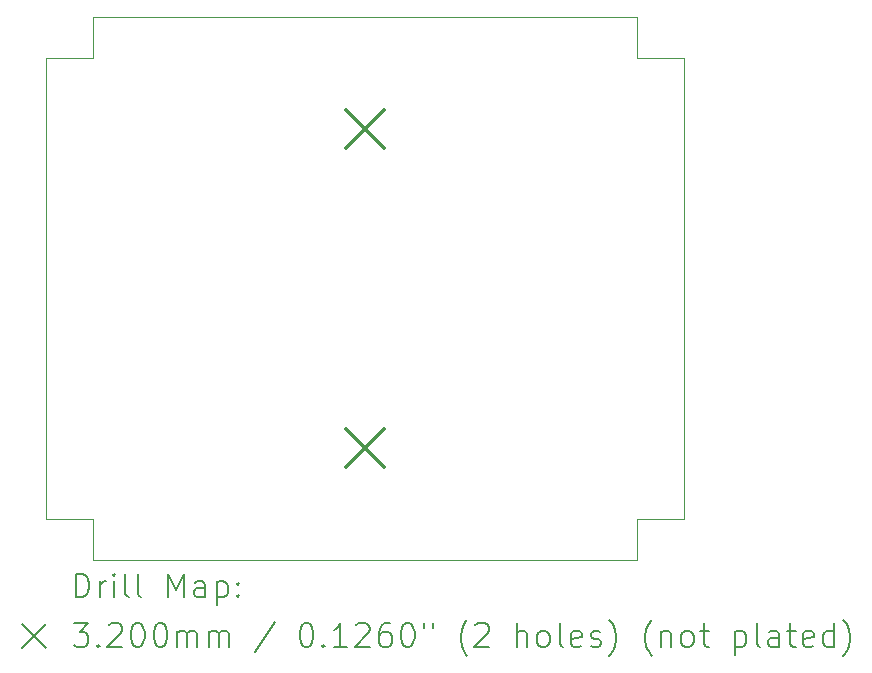
<source format=gbr>
%FSLAX45Y45*%
G04 Gerber Fmt 4.5, Leading zero omitted, Abs format (unit mm)*
G04 Created by KiCad (PCBNEW 6.0.2+dfsg-1) date 2023-09-24 20:16:40*
%MOMM*%
%LPD*%
G01*
G04 APERTURE LIST*
%TA.AperFunction,Profile*%
%ADD10C,0.100000*%
%TD*%
%ADD11C,0.200000*%
%ADD12C,0.320000*%
G04 APERTURE END LIST*
D10*
X10160000Y-9330000D02*
X10160000Y-5430000D01*
X15160000Y-9330000D02*
X15160000Y-9680000D01*
X10560000Y-5430000D02*
X10160000Y-5430000D01*
X15160000Y-5080000D02*
X15160000Y-5430000D01*
X15560000Y-9330000D02*
X15160000Y-9330000D01*
X10560000Y-5080000D02*
X10560000Y-5430000D01*
X10160000Y-9330000D02*
X10560000Y-9330000D01*
X15160000Y-5430000D02*
X15560000Y-5430000D01*
X15560000Y-5430000D02*
X15560000Y-9330000D01*
X10560000Y-5080000D02*
X15160000Y-5080000D01*
X15160000Y-9680000D02*
X10560000Y-9680000D01*
X10560000Y-9330000D02*
X10560000Y-9680000D01*
D11*
D12*
X12700000Y-5870000D02*
X13020000Y-6190000D01*
X13020000Y-5870000D02*
X12700000Y-6190000D01*
X12700000Y-8570000D02*
X13020000Y-8890000D01*
X13020000Y-8570000D02*
X12700000Y-8890000D01*
D11*
X10412619Y-9995476D02*
X10412619Y-9795476D01*
X10460238Y-9795476D01*
X10488810Y-9805000D01*
X10507857Y-9824048D01*
X10517381Y-9843095D01*
X10526905Y-9881190D01*
X10526905Y-9909762D01*
X10517381Y-9947857D01*
X10507857Y-9966905D01*
X10488810Y-9985952D01*
X10460238Y-9995476D01*
X10412619Y-9995476D01*
X10612619Y-9995476D02*
X10612619Y-9862143D01*
X10612619Y-9900238D02*
X10622143Y-9881190D01*
X10631667Y-9871667D01*
X10650714Y-9862143D01*
X10669762Y-9862143D01*
X10736429Y-9995476D02*
X10736429Y-9862143D01*
X10736429Y-9795476D02*
X10726905Y-9805000D01*
X10736429Y-9814524D01*
X10745952Y-9805000D01*
X10736429Y-9795476D01*
X10736429Y-9814524D01*
X10860238Y-9995476D02*
X10841190Y-9985952D01*
X10831667Y-9966905D01*
X10831667Y-9795476D01*
X10965000Y-9995476D02*
X10945952Y-9985952D01*
X10936429Y-9966905D01*
X10936429Y-9795476D01*
X11193571Y-9995476D02*
X11193571Y-9795476D01*
X11260238Y-9938333D01*
X11326905Y-9795476D01*
X11326905Y-9995476D01*
X11507857Y-9995476D02*
X11507857Y-9890714D01*
X11498333Y-9871667D01*
X11479286Y-9862143D01*
X11441190Y-9862143D01*
X11422143Y-9871667D01*
X11507857Y-9985952D02*
X11488809Y-9995476D01*
X11441190Y-9995476D01*
X11422143Y-9985952D01*
X11412619Y-9966905D01*
X11412619Y-9947857D01*
X11422143Y-9928810D01*
X11441190Y-9919286D01*
X11488809Y-9919286D01*
X11507857Y-9909762D01*
X11603095Y-9862143D02*
X11603095Y-10062143D01*
X11603095Y-9871667D02*
X11622143Y-9862143D01*
X11660238Y-9862143D01*
X11679286Y-9871667D01*
X11688809Y-9881190D01*
X11698333Y-9900238D01*
X11698333Y-9957381D01*
X11688809Y-9976429D01*
X11679286Y-9985952D01*
X11660238Y-9995476D01*
X11622143Y-9995476D01*
X11603095Y-9985952D01*
X11784048Y-9976429D02*
X11793571Y-9985952D01*
X11784048Y-9995476D01*
X11774524Y-9985952D01*
X11784048Y-9976429D01*
X11784048Y-9995476D01*
X11784048Y-9871667D02*
X11793571Y-9881190D01*
X11784048Y-9890714D01*
X11774524Y-9881190D01*
X11784048Y-9871667D01*
X11784048Y-9890714D01*
X9955000Y-10225000D02*
X10155000Y-10425000D01*
X10155000Y-10225000D02*
X9955000Y-10425000D01*
X10393571Y-10215476D02*
X10517381Y-10215476D01*
X10450714Y-10291667D01*
X10479286Y-10291667D01*
X10498333Y-10301190D01*
X10507857Y-10310714D01*
X10517381Y-10329762D01*
X10517381Y-10377381D01*
X10507857Y-10396429D01*
X10498333Y-10405952D01*
X10479286Y-10415476D01*
X10422143Y-10415476D01*
X10403095Y-10405952D01*
X10393571Y-10396429D01*
X10603095Y-10396429D02*
X10612619Y-10405952D01*
X10603095Y-10415476D01*
X10593571Y-10405952D01*
X10603095Y-10396429D01*
X10603095Y-10415476D01*
X10688810Y-10234524D02*
X10698333Y-10225000D01*
X10717381Y-10215476D01*
X10765000Y-10215476D01*
X10784048Y-10225000D01*
X10793571Y-10234524D01*
X10803095Y-10253571D01*
X10803095Y-10272619D01*
X10793571Y-10301190D01*
X10679286Y-10415476D01*
X10803095Y-10415476D01*
X10926905Y-10215476D02*
X10945952Y-10215476D01*
X10965000Y-10225000D01*
X10974524Y-10234524D01*
X10984048Y-10253571D01*
X10993571Y-10291667D01*
X10993571Y-10339286D01*
X10984048Y-10377381D01*
X10974524Y-10396429D01*
X10965000Y-10405952D01*
X10945952Y-10415476D01*
X10926905Y-10415476D01*
X10907857Y-10405952D01*
X10898333Y-10396429D01*
X10888810Y-10377381D01*
X10879286Y-10339286D01*
X10879286Y-10291667D01*
X10888810Y-10253571D01*
X10898333Y-10234524D01*
X10907857Y-10225000D01*
X10926905Y-10215476D01*
X11117381Y-10215476D02*
X11136429Y-10215476D01*
X11155476Y-10225000D01*
X11165000Y-10234524D01*
X11174524Y-10253571D01*
X11184048Y-10291667D01*
X11184048Y-10339286D01*
X11174524Y-10377381D01*
X11165000Y-10396429D01*
X11155476Y-10405952D01*
X11136429Y-10415476D01*
X11117381Y-10415476D01*
X11098333Y-10405952D01*
X11088810Y-10396429D01*
X11079286Y-10377381D01*
X11069762Y-10339286D01*
X11069762Y-10291667D01*
X11079286Y-10253571D01*
X11088810Y-10234524D01*
X11098333Y-10225000D01*
X11117381Y-10215476D01*
X11269762Y-10415476D02*
X11269762Y-10282143D01*
X11269762Y-10301190D02*
X11279286Y-10291667D01*
X11298333Y-10282143D01*
X11326905Y-10282143D01*
X11345952Y-10291667D01*
X11355476Y-10310714D01*
X11355476Y-10415476D01*
X11355476Y-10310714D02*
X11365000Y-10291667D01*
X11384048Y-10282143D01*
X11412619Y-10282143D01*
X11431667Y-10291667D01*
X11441190Y-10310714D01*
X11441190Y-10415476D01*
X11536428Y-10415476D02*
X11536428Y-10282143D01*
X11536428Y-10301190D02*
X11545952Y-10291667D01*
X11565000Y-10282143D01*
X11593571Y-10282143D01*
X11612619Y-10291667D01*
X11622143Y-10310714D01*
X11622143Y-10415476D01*
X11622143Y-10310714D02*
X11631667Y-10291667D01*
X11650714Y-10282143D01*
X11679286Y-10282143D01*
X11698333Y-10291667D01*
X11707857Y-10310714D01*
X11707857Y-10415476D01*
X12098333Y-10205952D02*
X11926905Y-10463095D01*
X12355476Y-10215476D02*
X12374524Y-10215476D01*
X12393571Y-10225000D01*
X12403095Y-10234524D01*
X12412619Y-10253571D01*
X12422143Y-10291667D01*
X12422143Y-10339286D01*
X12412619Y-10377381D01*
X12403095Y-10396429D01*
X12393571Y-10405952D01*
X12374524Y-10415476D01*
X12355476Y-10415476D01*
X12336428Y-10405952D01*
X12326905Y-10396429D01*
X12317381Y-10377381D01*
X12307857Y-10339286D01*
X12307857Y-10291667D01*
X12317381Y-10253571D01*
X12326905Y-10234524D01*
X12336428Y-10225000D01*
X12355476Y-10215476D01*
X12507857Y-10396429D02*
X12517381Y-10405952D01*
X12507857Y-10415476D01*
X12498333Y-10405952D01*
X12507857Y-10396429D01*
X12507857Y-10415476D01*
X12707857Y-10415476D02*
X12593571Y-10415476D01*
X12650714Y-10415476D02*
X12650714Y-10215476D01*
X12631667Y-10244048D01*
X12612619Y-10263095D01*
X12593571Y-10272619D01*
X12784048Y-10234524D02*
X12793571Y-10225000D01*
X12812619Y-10215476D01*
X12860238Y-10215476D01*
X12879286Y-10225000D01*
X12888809Y-10234524D01*
X12898333Y-10253571D01*
X12898333Y-10272619D01*
X12888809Y-10301190D01*
X12774524Y-10415476D01*
X12898333Y-10415476D01*
X13069762Y-10215476D02*
X13031667Y-10215476D01*
X13012619Y-10225000D01*
X13003095Y-10234524D01*
X12984048Y-10263095D01*
X12974524Y-10301190D01*
X12974524Y-10377381D01*
X12984048Y-10396429D01*
X12993571Y-10405952D01*
X13012619Y-10415476D01*
X13050714Y-10415476D01*
X13069762Y-10405952D01*
X13079286Y-10396429D01*
X13088809Y-10377381D01*
X13088809Y-10329762D01*
X13079286Y-10310714D01*
X13069762Y-10301190D01*
X13050714Y-10291667D01*
X13012619Y-10291667D01*
X12993571Y-10301190D01*
X12984048Y-10310714D01*
X12974524Y-10329762D01*
X13212619Y-10215476D02*
X13231667Y-10215476D01*
X13250714Y-10225000D01*
X13260238Y-10234524D01*
X13269762Y-10253571D01*
X13279286Y-10291667D01*
X13279286Y-10339286D01*
X13269762Y-10377381D01*
X13260238Y-10396429D01*
X13250714Y-10405952D01*
X13231667Y-10415476D01*
X13212619Y-10415476D01*
X13193571Y-10405952D01*
X13184048Y-10396429D01*
X13174524Y-10377381D01*
X13165000Y-10339286D01*
X13165000Y-10291667D01*
X13174524Y-10253571D01*
X13184048Y-10234524D01*
X13193571Y-10225000D01*
X13212619Y-10215476D01*
X13355476Y-10215476D02*
X13355476Y-10253571D01*
X13431667Y-10215476D02*
X13431667Y-10253571D01*
X13726905Y-10491667D02*
X13717381Y-10482143D01*
X13698333Y-10453571D01*
X13688809Y-10434524D01*
X13679286Y-10405952D01*
X13669762Y-10358333D01*
X13669762Y-10320238D01*
X13679286Y-10272619D01*
X13688809Y-10244048D01*
X13698333Y-10225000D01*
X13717381Y-10196429D01*
X13726905Y-10186905D01*
X13793571Y-10234524D02*
X13803095Y-10225000D01*
X13822143Y-10215476D01*
X13869762Y-10215476D01*
X13888809Y-10225000D01*
X13898333Y-10234524D01*
X13907857Y-10253571D01*
X13907857Y-10272619D01*
X13898333Y-10301190D01*
X13784048Y-10415476D01*
X13907857Y-10415476D01*
X14145952Y-10415476D02*
X14145952Y-10215476D01*
X14231667Y-10415476D02*
X14231667Y-10310714D01*
X14222143Y-10291667D01*
X14203095Y-10282143D01*
X14174524Y-10282143D01*
X14155476Y-10291667D01*
X14145952Y-10301190D01*
X14355476Y-10415476D02*
X14336428Y-10405952D01*
X14326905Y-10396429D01*
X14317381Y-10377381D01*
X14317381Y-10320238D01*
X14326905Y-10301190D01*
X14336428Y-10291667D01*
X14355476Y-10282143D01*
X14384048Y-10282143D01*
X14403095Y-10291667D01*
X14412619Y-10301190D01*
X14422143Y-10320238D01*
X14422143Y-10377381D01*
X14412619Y-10396429D01*
X14403095Y-10405952D01*
X14384048Y-10415476D01*
X14355476Y-10415476D01*
X14536428Y-10415476D02*
X14517381Y-10405952D01*
X14507857Y-10386905D01*
X14507857Y-10215476D01*
X14688809Y-10405952D02*
X14669762Y-10415476D01*
X14631667Y-10415476D01*
X14612619Y-10405952D01*
X14603095Y-10386905D01*
X14603095Y-10310714D01*
X14612619Y-10291667D01*
X14631667Y-10282143D01*
X14669762Y-10282143D01*
X14688809Y-10291667D01*
X14698333Y-10310714D01*
X14698333Y-10329762D01*
X14603095Y-10348810D01*
X14774524Y-10405952D02*
X14793571Y-10415476D01*
X14831667Y-10415476D01*
X14850714Y-10405952D01*
X14860238Y-10386905D01*
X14860238Y-10377381D01*
X14850714Y-10358333D01*
X14831667Y-10348810D01*
X14803095Y-10348810D01*
X14784048Y-10339286D01*
X14774524Y-10320238D01*
X14774524Y-10310714D01*
X14784048Y-10291667D01*
X14803095Y-10282143D01*
X14831667Y-10282143D01*
X14850714Y-10291667D01*
X14926905Y-10491667D02*
X14936428Y-10482143D01*
X14955476Y-10453571D01*
X14965000Y-10434524D01*
X14974524Y-10405952D01*
X14984048Y-10358333D01*
X14984048Y-10320238D01*
X14974524Y-10272619D01*
X14965000Y-10244048D01*
X14955476Y-10225000D01*
X14936428Y-10196429D01*
X14926905Y-10186905D01*
X15288809Y-10491667D02*
X15279286Y-10482143D01*
X15260238Y-10453571D01*
X15250714Y-10434524D01*
X15241190Y-10405952D01*
X15231667Y-10358333D01*
X15231667Y-10320238D01*
X15241190Y-10272619D01*
X15250714Y-10244048D01*
X15260238Y-10225000D01*
X15279286Y-10196429D01*
X15288809Y-10186905D01*
X15365000Y-10282143D02*
X15365000Y-10415476D01*
X15365000Y-10301190D02*
X15374524Y-10291667D01*
X15393571Y-10282143D01*
X15422143Y-10282143D01*
X15441190Y-10291667D01*
X15450714Y-10310714D01*
X15450714Y-10415476D01*
X15574524Y-10415476D02*
X15555476Y-10405952D01*
X15545952Y-10396429D01*
X15536428Y-10377381D01*
X15536428Y-10320238D01*
X15545952Y-10301190D01*
X15555476Y-10291667D01*
X15574524Y-10282143D01*
X15603095Y-10282143D01*
X15622143Y-10291667D01*
X15631667Y-10301190D01*
X15641190Y-10320238D01*
X15641190Y-10377381D01*
X15631667Y-10396429D01*
X15622143Y-10405952D01*
X15603095Y-10415476D01*
X15574524Y-10415476D01*
X15698333Y-10282143D02*
X15774524Y-10282143D01*
X15726905Y-10215476D02*
X15726905Y-10386905D01*
X15736428Y-10405952D01*
X15755476Y-10415476D01*
X15774524Y-10415476D01*
X15993571Y-10282143D02*
X15993571Y-10482143D01*
X15993571Y-10291667D02*
X16012619Y-10282143D01*
X16050714Y-10282143D01*
X16069762Y-10291667D01*
X16079286Y-10301190D01*
X16088809Y-10320238D01*
X16088809Y-10377381D01*
X16079286Y-10396429D01*
X16069762Y-10405952D01*
X16050714Y-10415476D01*
X16012619Y-10415476D01*
X15993571Y-10405952D01*
X16203095Y-10415476D02*
X16184048Y-10405952D01*
X16174524Y-10386905D01*
X16174524Y-10215476D01*
X16365000Y-10415476D02*
X16365000Y-10310714D01*
X16355476Y-10291667D01*
X16336428Y-10282143D01*
X16298333Y-10282143D01*
X16279286Y-10291667D01*
X16365000Y-10405952D02*
X16345952Y-10415476D01*
X16298333Y-10415476D01*
X16279286Y-10405952D01*
X16269762Y-10386905D01*
X16269762Y-10367857D01*
X16279286Y-10348810D01*
X16298333Y-10339286D01*
X16345952Y-10339286D01*
X16365000Y-10329762D01*
X16431667Y-10282143D02*
X16507857Y-10282143D01*
X16460238Y-10215476D02*
X16460238Y-10386905D01*
X16469762Y-10405952D01*
X16488809Y-10415476D01*
X16507857Y-10415476D01*
X16650714Y-10405952D02*
X16631667Y-10415476D01*
X16593571Y-10415476D01*
X16574524Y-10405952D01*
X16565000Y-10386905D01*
X16565000Y-10310714D01*
X16574524Y-10291667D01*
X16593571Y-10282143D01*
X16631667Y-10282143D01*
X16650714Y-10291667D01*
X16660238Y-10310714D01*
X16660238Y-10329762D01*
X16565000Y-10348810D01*
X16831667Y-10415476D02*
X16831667Y-10215476D01*
X16831667Y-10405952D02*
X16812619Y-10415476D01*
X16774524Y-10415476D01*
X16755476Y-10405952D01*
X16745952Y-10396429D01*
X16736428Y-10377381D01*
X16736428Y-10320238D01*
X16745952Y-10301190D01*
X16755476Y-10291667D01*
X16774524Y-10282143D01*
X16812619Y-10282143D01*
X16831667Y-10291667D01*
X16907857Y-10491667D02*
X16917381Y-10482143D01*
X16936429Y-10453571D01*
X16945952Y-10434524D01*
X16955476Y-10405952D01*
X16965000Y-10358333D01*
X16965000Y-10320238D01*
X16955476Y-10272619D01*
X16945952Y-10244048D01*
X16936429Y-10225000D01*
X16917381Y-10196429D01*
X16907857Y-10186905D01*
M02*

</source>
